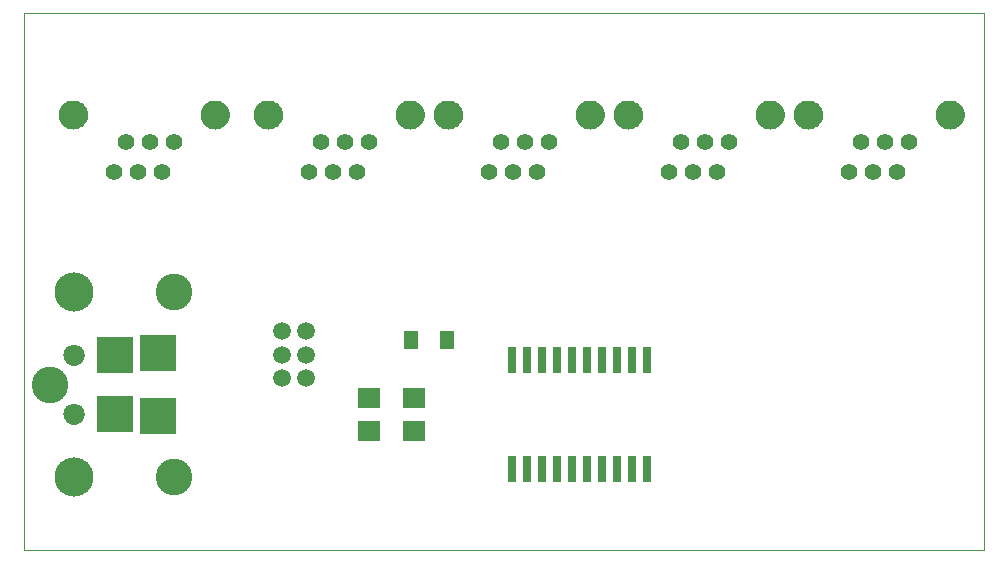
<source format=gts>
G75*
G70*
%OFA0B0*%
%FSLAX24Y24*%
%IPPOS*%
%LPD*%
%AMOC8*
5,1,8,0,0,1.08239X$1,22.5*
%
%ADD10C,0.0000*%
%ADD11C,0.0555*%
%ADD12C,0.0969*%
%ADD13R,0.0276X0.0906*%
%ADD14C,0.1221*%
%ADD15C,0.1306*%
%ADD16R,0.1221X0.1221*%
%ADD17C,0.0709*%
%ADD18R,0.0749X0.0670*%
%ADD19C,0.0594*%
%ADD20R,0.0512X0.0591*%
D10*
X000100Y000100D02*
X000100Y017971D01*
X032095Y017971D01*
X032095Y000100D01*
X000100Y000100D01*
X001419Y004616D02*
X001421Y004652D01*
X001427Y004688D01*
X001437Y004723D01*
X001450Y004757D01*
X001467Y004789D01*
X001487Y004819D01*
X001511Y004846D01*
X001537Y004871D01*
X001566Y004893D01*
X001597Y004912D01*
X001630Y004927D01*
X001664Y004939D01*
X001700Y004947D01*
X001736Y004951D01*
X001772Y004951D01*
X001808Y004947D01*
X001844Y004939D01*
X001878Y004927D01*
X001911Y004912D01*
X001942Y004893D01*
X001971Y004871D01*
X001997Y004846D01*
X002021Y004819D01*
X002041Y004789D01*
X002058Y004757D01*
X002071Y004723D01*
X002081Y004688D01*
X002087Y004652D01*
X002089Y004616D01*
X002087Y004580D01*
X002081Y004544D01*
X002071Y004509D01*
X002058Y004475D01*
X002041Y004443D01*
X002021Y004413D01*
X001997Y004386D01*
X001971Y004361D01*
X001942Y004339D01*
X001911Y004320D01*
X001878Y004305D01*
X001844Y004293D01*
X001808Y004285D01*
X001772Y004281D01*
X001736Y004281D01*
X001700Y004285D01*
X001664Y004293D01*
X001630Y004305D01*
X001597Y004320D01*
X001566Y004339D01*
X001537Y004361D01*
X001511Y004386D01*
X001487Y004413D01*
X001467Y004443D01*
X001450Y004475D01*
X001437Y004509D01*
X001427Y004544D01*
X001421Y004580D01*
X001419Y004616D01*
X001419Y006584D02*
X001421Y006620D01*
X001427Y006656D01*
X001437Y006691D01*
X001450Y006725D01*
X001467Y006757D01*
X001487Y006787D01*
X001511Y006814D01*
X001537Y006839D01*
X001566Y006861D01*
X001597Y006880D01*
X001630Y006895D01*
X001664Y006907D01*
X001700Y006915D01*
X001736Y006919D01*
X001772Y006919D01*
X001808Y006915D01*
X001844Y006907D01*
X001878Y006895D01*
X001911Y006880D01*
X001942Y006861D01*
X001971Y006839D01*
X001997Y006814D01*
X002021Y006787D01*
X002041Y006757D01*
X002058Y006725D01*
X002071Y006691D01*
X002081Y006656D01*
X002087Y006620D01*
X002089Y006584D01*
X002087Y006548D01*
X002081Y006512D01*
X002071Y006477D01*
X002058Y006443D01*
X002041Y006411D01*
X002021Y006381D01*
X001997Y006354D01*
X001971Y006329D01*
X001942Y006307D01*
X001911Y006288D01*
X001878Y006273D01*
X001844Y006261D01*
X001808Y006253D01*
X001772Y006249D01*
X001736Y006249D01*
X001700Y006253D01*
X001664Y006261D01*
X001630Y006273D01*
X001597Y006288D01*
X001566Y006307D01*
X001537Y006329D01*
X001511Y006354D01*
X001487Y006381D01*
X001467Y006411D01*
X001450Y006443D01*
X001437Y006477D01*
X001427Y006512D01*
X001421Y006548D01*
X001419Y006584D01*
X001273Y014600D02*
X001275Y014643D01*
X001281Y014685D01*
X001291Y014727D01*
X001304Y014768D01*
X001322Y014807D01*
X001343Y014845D01*
X001367Y014880D01*
X001394Y014913D01*
X001425Y014944D01*
X001458Y014971D01*
X001493Y014995D01*
X001531Y015016D01*
X001570Y015034D01*
X001611Y015047D01*
X001653Y015057D01*
X001695Y015063D01*
X001738Y015065D01*
X001781Y015063D01*
X001823Y015057D01*
X001865Y015047D01*
X001906Y015034D01*
X001945Y015016D01*
X001983Y014995D01*
X002018Y014971D01*
X002051Y014944D01*
X002082Y014913D01*
X002109Y014880D01*
X002133Y014845D01*
X002154Y014807D01*
X002172Y014768D01*
X002185Y014727D01*
X002195Y014685D01*
X002201Y014643D01*
X002203Y014600D01*
X002201Y014557D01*
X002195Y014515D01*
X002185Y014473D01*
X002172Y014432D01*
X002154Y014393D01*
X002133Y014355D01*
X002109Y014320D01*
X002082Y014287D01*
X002051Y014256D01*
X002018Y014229D01*
X001983Y014205D01*
X001945Y014184D01*
X001906Y014166D01*
X001865Y014153D01*
X001823Y014143D01*
X001781Y014137D01*
X001738Y014135D01*
X001695Y014137D01*
X001653Y014143D01*
X001611Y014153D01*
X001570Y014166D01*
X001531Y014184D01*
X001493Y014205D01*
X001458Y014229D01*
X001425Y014256D01*
X001394Y014287D01*
X001367Y014320D01*
X001343Y014355D01*
X001322Y014393D01*
X001304Y014432D01*
X001291Y014473D01*
X001281Y014515D01*
X001275Y014557D01*
X001273Y014600D01*
X005997Y014600D02*
X005999Y014643D01*
X006005Y014685D01*
X006015Y014727D01*
X006028Y014768D01*
X006046Y014807D01*
X006067Y014845D01*
X006091Y014880D01*
X006118Y014913D01*
X006149Y014944D01*
X006182Y014971D01*
X006217Y014995D01*
X006255Y015016D01*
X006294Y015034D01*
X006335Y015047D01*
X006377Y015057D01*
X006419Y015063D01*
X006462Y015065D01*
X006505Y015063D01*
X006547Y015057D01*
X006589Y015047D01*
X006630Y015034D01*
X006669Y015016D01*
X006707Y014995D01*
X006742Y014971D01*
X006775Y014944D01*
X006806Y014913D01*
X006833Y014880D01*
X006857Y014845D01*
X006878Y014807D01*
X006896Y014768D01*
X006909Y014727D01*
X006919Y014685D01*
X006925Y014643D01*
X006927Y014600D01*
X006925Y014557D01*
X006919Y014515D01*
X006909Y014473D01*
X006896Y014432D01*
X006878Y014393D01*
X006857Y014355D01*
X006833Y014320D01*
X006806Y014287D01*
X006775Y014256D01*
X006742Y014229D01*
X006707Y014205D01*
X006669Y014184D01*
X006630Y014166D01*
X006589Y014153D01*
X006547Y014143D01*
X006505Y014137D01*
X006462Y014135D01*
X006419Y014137D01*
X006377Y014143D01*
X006335Y014153D01*
X006294Y014166D01*
X006255Y014184D01*
X006217Y014205D01*
X006182Y014229D01*
X006149Y014256D01*
X006118Y014287D01*
X006091Y014320D01*
X006067Y014355D01*
X006046Y014393D01*
X006028Y014432D01*
X006015Y014473D01*
X006005Y014515D01*
X005999Y014557D01*
X005997Y014600D01*
X007773Y014600D02*
X007775Y014643D01*
X007781Y014685D01*
X007791Y014727D01*
X007804Y014768D01*
X007822Y014807D01*
X007843Y014845D01*
X007867Y014880D01*
X007894Y014913D01*
X007925Y014944D01*
X007958Y014971D01*
X007993Y014995D01*
X008031Y015016D01*
X008070Y015034D01*
X008111Y015047D01*
X008153Y015057D01*
X008195Y015063D01*
X008238Y015065D01*
X008281Y015063D01*
X008323Y015057D01*
X008365Y015047D01*
X008406Y015034D01*
X008445Y015016D01*
X008483Y014995D01*
X008518Y014971D01*
X008551Y014944D01*
X008582Y014913D01*
X008609Y014880D01*
X008633Y014845D01*
X008654Y014807D01*
X008672Y014768D01*
X008685Y014727D01*
X008695Y014685D01*
X008701Y014643D01*
X008703Y014600D01*
X008701Y014557D01*
X008695Y014515D01*
X008685Y014473D01*
X008672Y014432D01*
X008654Y014393D01*
X008633Y014355D01*
X008609Y014320D01*
X008582Y014287D01*
X008551Y014256D01*
X008518Y014229D01*
X008483Y014205D01*
X008445Y014184D01*
X008406Y014166D01*
X008365Y014153D01*
X008323Y014143D01*
X008281Y014137D01*
X008238Y014135D01*
X008195Y014137D01*
X008153Y014143D01*
X008111Y014153D01*
X008070Y014166D01*
X008031Y014184D01*
X007993Y014205D01*
X007958Y014229D01*
X007925Y014256D01*
X007894Y014287D01*
X007867Y014320D01*
X007843Y014355D01*
X007822Y014393D01*
X007804Y014432D01*
X007791Y014473D01*
X007781Y014515D01*
X007775Y014557D01*
X007773Y014600D01*
X012497Y014600D02*
X012499Y014643D01*
X012505Y014685D01*
X012515Y014727D01*
X012528Y014768D01*
X012546Y014807D01*
X012567Y014845D01*
X012591Y014880D01*
X012618Y014913D01*
X012649Y014944D01*
X012682Y014971D01*
X012717Y014995D01*
X012755Y015016D01*
X012794Y015034D01*
X012835Y015047D01*
X012877Y015057D01*
X012919Y015063D01*
X012962Y015065D01*
X013005Y015063D01*
X013047Y015057D01*
X013089Y015047D01*
X013130Y015034D01*
X013169Y015016D01*
X013207Y014995D01*
X013242Y014971D01*
X013275Y014944D01*
X013306Y014913D01*
X013333Y014880D01*
X013357Y014845D01*
X013378Y014807D01*
X013396Y014768D01*
X013409Y014727D01*
X013419Y014685D01*
X013425Y014643D01*
X013427Y014600D01*
X013425Y014557D01*
X013419Y014515D01*
X013409Y014473D01*
X013396Y014432D01*
X013378Y014393D01*
X013357Y014355D01*
X013333Y014320D01*
X013306Y014287D01*
X013275Y014256D01*
X013242Y014229D01*
X013207Y014205D01*
X013169Y014184D01*
X013130Y014166D01*
X013089Y014153D01*
X013047Y014143D01*
X013005Y014137D01*
X012962Y014135D01*
X012919Y014137D01*
X012877Y014143D01*
X012835Y014153D01*
X012794Y014166D01*
X012755Y014184D01*
X012717Y014205D01*
X012682Y014229D01*
X012649Y014256D01*
X012618Y014287D01*
X012591Y014320D01*
X012567Y014355D01*
X012546Y014393D01*
X012528Y014432D01*
X012515Y014473D01*
X012505Y014515D01*
X012499Y014557D01*
X012497Y014600D01*
X013773Y014600D02*
X013775Y014643D01*
X013781Y014685D01*
X013791Y014727D01*
X013804Y014768D01*
X013822Y014807D01*
X013843Y014845D01*
X013867Y014880D01*
X013894Y014913D01*
X013925Y014944D01*
X013958Y014971D01*
X013993Y014995D01*
X014031Y015016D01*
X014070Y015034D01*
X014111Y015047D01*
X014153Y015057D01*
X014195Y015063D01*
X014238Y015065D01*
X014281Y015063D01*
X014323Y015057D01*
X014365Y015047D01*
X014406Y015034D01*
X014445Y015016D01*
X014483Y014995D01*
X014518Y014971D01*
X014551Y014944D01*
X014582Y014913D01*
X014609Y014880D01*
X014633Y014845D01*
X014654Y014807D01*
X014672Y014768D01*
X014685Y014727D01*
X014695Y014685D01*
X014701Y014643D01*
X014703Y014600D01*
X014701Y014557D01*
X014695Y014515D01*
X014685Y014473D01*
X014672Y014432D01*
X014654Y014393D01*
X014633Y014355D01*
X014609Y014320D01*
X014582Y014287D01*
X014551Y014256D01*
X014518Y014229D01*
X014483Y014205D01*
X014445Y014184D01*
X014406Y014166D01*
X014365Y014153D01*
X014323Y014143D01*
X014281Y014137D01*
X014238Y014135D01*
X014195Y014137D01*
X014153Y014143D01*
X014111Y014153D01*
X014070Y014166D01*
X014031Y014184D01*
X013993Y014205D01*
X013958Y014229D01*
X013925Y014256D01*
X013894Y014287D01*
X013867Y014320D01*
X013843Y014355D01*
X013822Y014393D01*
X013804Y014432D01*
X013791Y014473D01*
X013781Y014515D01*
X013775Y014557D01*
X013773Y014600D01*
X018497Y014600D02*
X018499Y014643D01*
X018505Y014685D01*
X018515Y014727D01*
X018528Y014768D01*
X018546Y014807D01*
X018567Y014845D01*
X018591Y014880D01*
X018618Y014913D01*
X018649Y014944D01*
X018682Y014971D01*
X018717Y014995D01*
X018755Y015016D01*
X018794Y015034D01*
X018835Y015047D01*
X018877Y015057D01*
X018919Y015063D01*
X018962Y015065D01*
X019005Y015063D01*
X019047Y015057D01*
X019089Y015047D01*
X019130Y015034D01*
X019169Y015016D01*
X019207Y014995D01*
X019242Y014971D01*
X019275Y014944D01*
X019306Y014913D01*
X019333Y014880D01*
X019357Y014845D01*
X019378Y014807D01*
X019396Y014768D01*
X019409Y014727D01*
X019419Y014685D01*
X019425Y014643D01*
X019427Y014600D01*
X019425Y014557D01*
X019419Y014515D01*
X019409Y014473D01*
X019396Y014432D01*
X019378Y014393D01*
X019357Y014355D01*
X019333Y014320D01*
X019306Y014287D01*
X019275Y014256D01*
X019242Y014229D01*
X019207Y014205D01*
X019169Y014184D01*
X019130Y014166D01*
X019089Y014153D01*
X019047Y014143D01*
X019005Y014137D01*
X018962Y014135D01*
X018919Y014137D01*
X018877Y014143D01*
X018835Y014153D01*
X018794Y014166D01*
X018755Y014184D01*
X018717Y014205D01*
X018682Y014229D01*
X018649Y014256D01*
X018618Y014287D01*
X018591Y014320D01*
X018567Y014355D01*
X018546Y014393D01*
X018528Y014432D01*
X018515Y014473D01*
X018505Y014515D01*
X018499Y014557D01*
X018497Y014600D01*
X019773Y014600D02*
X019775Y014643D01*
X019781Y014685D01*
X019791Y014727D01*
X019804Y014768D01*
X019822Y014807D01*
X019843Y014845D01*
X019867Y014880D01*
X019894Y014913D01*
X019925Y014944D01*
X019958Y014971D01*
X019993Y014995D01*
X020031Y015016D01*
X020070Y015034D01*
X020111Y015047D01*
X020153Y015057D01*
X020195Y015063D01*
X020238Y015065D01*
X020281Y015063D01*
X020323Y015057D01*
X020365Y015047D01*
X020406Y015034D01*
X020445Y015016D01*
X020483Y014995D01*
X020518Y014971D01*
X020551Y014944D01*
X020582Y014913D01*
X020609Y014880D01*
X020633Y014845D01*
X020654Y014807D01*
X020672Y014768D01*
X020685Y014727D01*
X020695Y014685D01*
X020701Y014643D01*
X020703Y014600D01*
X020701Y014557D01*
X020695Y014515D01*
X020685Y014473D01*
X020672Y014432D01*
X020654Y014393D01*
X020633Y014355D01*
X020609Y014320D01*
X020582Y014287D01*
X020551Y014256D01*
X020518Y014229D01*
X020483Y014205D01*
X020445Y014184D01*
X020406Y014166D01*
X020365Y014153D01*
X020323Y014143D01*
X020281Y014137D01*
X020238Y014135D01*
X020195Y014137D01*
X020153Y014143D01*
X020111Y014153D01*
X020070Y014166D01*
X020031Y014184D01*
X019993Y014205D01*
X019958Y014229D01*
X019925Y014256D01*
X019894Y014287D01*
X019867Y014320D01*
X019843Y014355D01*
X019822Y014393D01*
X019804Y014432D01*
X019791Y014473D01*
X019781Y014515D01*
X019775Y014557D01*
X019773Y014600D01*
X024497Y014600D02*
X024499Y014643D01*
X024505Y014685D01*
X024515Y014727D01*
X024528Y014768D01*
X024546Y014807D01*
X024567Y014845D01*
X024591Y014880D01*
X024618Y014913D01*
X024649Y014944D01*
X024682Y014971D01*
X024717Y014995D01*
X024755Y015016D01*
X024794Y015034D01*
X024835Y015047D01*
X024877Y015057D01*
X024919Y015063D01*
X024962Y015065D01*
X025005Y015063D01*
X025047Y015057D01*
X025089Y015047D01*
X025130Y015034D01*
X025169Y015016D01*
X025207Y014995D01*
X025242Y014971D01*
X025275Y014944D01*
X025306Y014913D01*
X025333Y014880D01*
X025357Y014845D01*
X025378Y014807D01*
X025396Y014768D01*
X025409Y014727D01*
X025419Y014685D01*
X025425Y014643D01*
X025427Y014600D01*
X025425Y014557D01*
X025419Y014515D01*
X025409Y014473D01*
X025396Y014432D01*
X025378Y014393D01*
X025357Y014355D01*
X025333Y014320D01*
X025306Y014287D01*
X025275Y014256D01*
X025242Y014229D01*
X025207Y014205D01*
X025169Y014184D01*
X025130Y014166D01*
X025089Y014153D01*
X025047Y014143D01*
X025005Y014137D01*
X024962Y014135D01*
X024919Y014137D01*
X024877Y014143D01*
X024835Y014153D01*
X024794Y014166D01*
X024755Y014184D01*
X024717Y014205D01*
X024682Y014229D01*
X024649Y014256D01*
X024618Y014287D01*
X024591Y014320D01*
X024567Y014355D01*
X024546Y014393D01*
X024528Y014432D01*
X024515Y014473D01*
X024505Y014515D01*
X024499Y014557D01*
X024497Y014600D01*
X025773Y014600D02*
X025775Y014643D01*
X025781Y014685D01*
X025791Y014727D01*
X025804Y014768D01*
X025822Y014807D01*
X025843Y014845D01*
X025867Y014880D01*
X025894Y014913D01*
X025925Y014944D01*
X025958Y014971D01*
X025993Y014995D01*
X026031Y015016D01*
X026070Y015034D01*
X026111Y015047D01*
X026153Y015057D01*
X026195Y015063D01*
X026238Y015065D01*
X026281Y015063D01*
X026323Y015057D01*
X026365Y015047D01*
X026406Y015034D01*
X026445Y015016D01*
X026483Y014995D01*
X026518Y014971D01*
X026551Y014944D01*
X026582Y014913D01*
X026609Y014880D01*
X026633Y014845D01*
X026654Y014807D01*
X026672Y014768D01*
X026685Y014727D01*
X026695Y014685D01*
X026701Y014643D01*
X026703Y014600D01*
X026701Y014557D01*
X026695Y014515D01*
X026685Y014473D01*
X026672Y014432D01*
X026654Y014393D01*
X026633Y014355D01*
X026609Y014320D01*
X026582Y014287D01*
X026551Y014256D01*
X026518Y014229D01*
X026483Y014205D01*
X026445Y014184D01*
X026406Y014166D01*
X026365Y014153D01*
X026323Y014143D01*
X026281Y014137D01*
X026238Y014135D01*
X026195Y014137D01*
X026153Y014143D01*
X026111Y014153D01*
X026070Y014166D01*
X026031Y014184D01*
X025993Y014205D01*
X025958Y014229D01*
X025925Y014256D01*
X025894Y014287D01*
X025867Y014320D01*
X025843Y014355D01*
X025822Y014393D01*
X025804Y014432D01*
X025791Y014473D01*
X025781Y014515D01*
X025775Y014557D01*
X025773Y014600D01*
X030497Y014600D02*
X030499Y014643D01*
X030505Y014685D01*
X030515Y014727D01*
X030528Y014768D01*
X030546Y014807D01*
X030567Y014845D01*
X030591Y014880D01*
X030618Y014913D01*
X030649Y014944D01*
X030682Y014971D01*
X030717Y014995D01*
X030755Y015016D01*
X030794Y015034D01*
X030835Y015047D01*
X030877Y015057D01*
X030919Y015063D01*
X030962Y015065D01*
X031005Y015063D01*
X031047Y015057D01*
X031089Y015047D01*
X031130Y015034D01*
X031169Y015016D01*
X031207Y014995D01*
X031242Y014971D01*
X031275Y014944D01*
X031306Y014913D01*
X031333Y014880D01*
X031357Y014845D01*
X031378Y014807D01*
X031396Y014768D01*
X031409Y014727D01*
X031419Y014685D01*
X031425Y014643D01*
X031427Y014600D01*
X031425Y014557D01*
X031419Y014515D01*
X031409Y014473D01*
X031396Y014432D01*
X031378Y014393D01*
X031357Y014355D01*
X031333Y014320D01*
X031306Y014287D01*
X031275Y014256D01*
X031242Y014229D01*
X031207Y014205D01*
X031169Y014184D01*
X031130Y014166D01*
X031089Y014153D01*
X031047Y014143D01*
X031005Y014137D01*
X030962Y014135D01*
X030919Y014137D01*
X030877Y014143D01*
X030835Y014153D01*
X030794Y014166D01*
X030755Y014184D01*
X030717Y014205D01*
X030682Y014229D01*
X030649Y014256D01*
X030618Y014287D01*
X030591Y014320D01*
X030567Y014355D01*
X030546Y014393D01*
X030528Y014432D01*
X030515Y014473D01*
X030505Y014515D01*
X030499Y014557D01*
X030497Y014600D01*
D11*
X029600Y013694D03*
X028797Y013694D03*
X027994Y013694D03*
X027600Y012694D03*
X028403Y012694D03*
X029206Y012694D03*
X023600Y013694D03*
X022797Y013694D03*
X021994Y013694D03*
X021600Y012694D03*
X022403Y012694D03*
X023206Y012694D03*
X017600Y013694D03*
X016797Y013694D03*
X015994Y013694D03*
X015600Y012694D03*
X016403Y012694D03*
X017206Y012694D03*
X011600Y013694D03*
X010797Y013694D03*
X009994Y013694D03*
X009600Y012694D03*
X010403Y012694D03*
X011206Y012694D03*
X005100Y013694D03*
X004297Y013694D03*
X003494Y013694D03*
X003100Y012694D03*
X003903Y012694D03*
X004706Y012694D03*
D12*
X006462Y014600D03*
X008238Y014600D03*
X012962Y014600D03*
X014238Y014600D03*
X018962Y014600D03*
X020238Y014600D03*
X024962Y014600D03*
X026238Y014600D03*
X030962Y014600D03*
X001738Y014600D03*
D13*
X016350Y006411D03*
X016850Y006411D03*
X017350Y006411D03*
X017850Y006411D03*
X018350Y006411D03*
X018850Y006411D03*
X019350Y006411D03*
X019850Y006411D03*
X020350Y006411D03*
X020850Y006411D03*
X020850Y002789D03*
X020350Y002789D03*
X019850Y002789D03*
X019350Y002789D03*
X018850Y002789D03*
X018350Y002789D03*
X017850Y002789D03*
X017350Y002789D03*
X016850Y002789D03*
X016350Y002789D03*
D14*
X005100Y002529D03*
X000966Y005600D03*
X005100Y008671D03*
D15*
X001754Y008671D03*
X001754Y002529D03*
D16*
X003131Y004616D03*
X004569Y004537D03*
X004569Y006663D03*
X003131Y006584D03*
D17*
X001754Y006584D03*
X001754Y004616D03*
D18*
X011600Y005151D03*
X013100Y005151D03*
X013100Y004049D03*
X011600Y004049D03*
D19*
X009494Y005813D03*
X008706Y005813D03*
X008706Y006600D03*
X009494Y006600D03*
X009494Y007387D03*
X008706Y007387D03*
D20*
X013009Y007100D03*
X014191Y007100D03*
M02*

</source>
